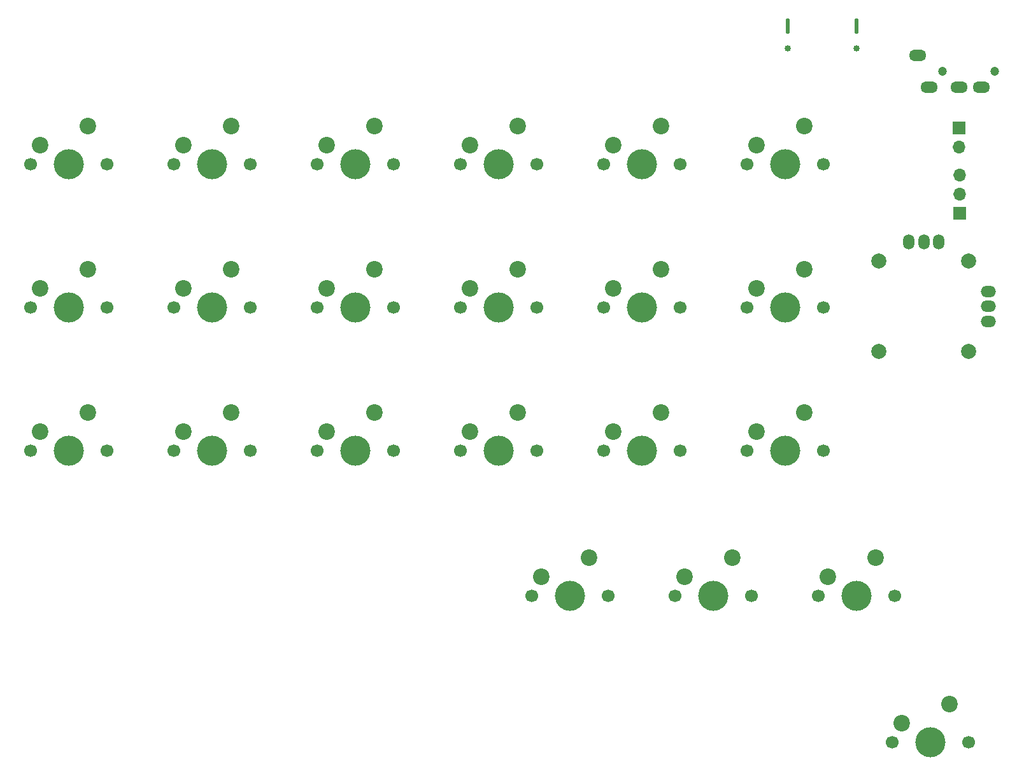
<source format=gbs>
%TF.GenerationSoftware,KiCad,Pcbnew,9.0.0*%
%TF.CreationDate,2025-03-25T02:03:39+09:00*%
%TF.ProjectId,keyboard,6b657962-6f61-4726-942e-6b696361645f,rev?*%
%TF.SameCoordinates,Original*%
%TF.FileFunction,Soldermask,Bot*%
%TF.FilePolarity,Negative*%
%FSLAX46Y46*%
G04 Gerber Fmt 4.6, Leading zero omitted, Abs format (unit mm)*
G04 Created by KiCad (PCBNEW 9.0.0) date 2025-03-25 02:03:39*
%MOMM*%
%LPD*%
G01*
G04 APERTURE LIST*
%ADD10C,1.700000*%
%ADD11C,4.000000*%
%ADD12C,2.200000*%
%ADD13C,2.010000*%
%ADD14O,1.500000X2.000000*%
%ADD15O,2.000000X1.500000*%
%ADD16C,0.850000*%
%ADD17O,0.550000X2.050000*%
%ADD18R,1.700000X1.700000*%
%ADD19O,1.700000X1.700000*%
%ADD20C,1.200000*%
%ADD21O,2.300000X1.500000*%
G04 APERTURE END LIST*
D10*
%TO.C,SW12*%
X176351000Y-83554000D03*
D11*
X181431000Y-83554000D03*
D10*
X186511000Y-83554000D03*
D12*
X183971000Y-78474000D03*
X177621000Y-81014000D03*
%TD*%
D10*
%TO.C,SW14*%
X100151000Y-102604000D03*
D11*
X105231000Y-102604000D03*
D10*
X110311000Y-102604000D03*
D12*
X107771000Y-97524000D03*
X101421000Y-100064000D03*
%TD*%
D13*
%TO.C,J5*%
X193821000Y-77424000D03*
X193821000Y-89424000D03*
X205821000Y-77424000D03*
X205821000Y-89424000D03*
D14*
X201821000Y-74824000D03*
D15*
X208421000Y-85424000D03*
D14*
X199821000Y-74824000D03*
X197821000Y-74824000D03*
D15*
X208421000Y-81424000D03*
X208421000Y-83424000D03*
%TD*%
D10*
%TO.C,SW18*%
X176351000Y-102604000D03*
D11*
X181431000Y-102604000D03*
D10*
X186511000Y-102604000D03*
D12*
X183971000Y-97524000D03*
X177621000Y-100064000D03*
%TD*%
D10*
%TO.C,SW17*%
X157301000Y-102604000D03*
D11*
X162381000Y-102604000D03*
D10*
X167461000Y-102604000D03*
D12*
X164921000Y-97524000D03*
X158571000Y-100064000D03*
%TD*%
D10*
%TO.C,SW20*%
X166791000Y-121924000D03*
D11*
X171871000Y-121924000D03*
D10*
X176951000Y-121924000D03*
D12*
X174411000Y-116844000D03*
X168061000Y-119384000D03*
%TD*%
D10*
%TO.C,SW1*%
X81101000Y-64504000D03*
D11*
X86181000Y-64504000D03*
D10*
X91261000Y-64504000D03*
D12*
X88721000Y-59424000D03*
X82371000Y-61964000D03*
%TD*%
D16*
%TO.C,J1*%
X190916000Y-49114000D03*
D17*
X190916000Y-46134000D03*
D16*
X181726000Y-49114000D03*
D17*
X181726000Y-46134000D03*
%TD*%
D10*
%TO.C,SW11*%
X157301000Y-83554000D03*
D11*
X162381000Y-83554000D03*
D10*
X167461000Y-83554000D03*
D12*
X164921000Y-78474000D03*
X158571000Y-81014000D03*
%TD*%
D10*
%TO.C,SW9*%
X119201000Y-83554000D03*
D11*
X124281000Y-83554000D03*
D10*
X129361000Y-83554000D03*
D12*
X126821000Y-78474000D03*
X120471000Y-81014000D03*
%TD*%
D10*
%TO.C,SW10*%
X138251000Y-83554000D03*
D11*
X143331000Y-83554000D03*
D10*
X148411000Y-83554000D03*
D12*
X145871000Y-78474000D03*
X139521000Y-81014000D03*
%TD*%
D10*
%TO.C,SW15*%
X119201000Y-102604000D03*
D11*
X124281000Y-102604000D03*
D10*
X129361000Y-102604000D03*
D12*
X126821000Y-97524000D03*
X120471000Y-100064000D03*
%TD*%
D10*
%TO.C,SW5*%
X157301000Y-64504000D03*
D11*
X162381000Y-64504000D03*
D10*
X167461000Y-64504000D03*
D12*
X164921000Y-59424000D03*
X158571000Y-61964000D03*
%TD*%
D18*
%TO.C,J3*%
X204500000Y-59725000D03*
D19*
X204500000Y-62265000D03*
%TD*%
D10*
%TO.C,SW13*%
X81101000Y-102604000D03*
D11*
X86181000Y-102604000D03*
D10*
X91261000Y-102604000D03*
D12*
X88721000Y-97524000D03*
X82371000Y-100064000D03*
%TD*%
D10*
%TO.C,SW2*%
X100151000Y-64504000D03*
D11*
X105231000Y-64504000D03*
D10*
X110311000Y-64504000D03*
D12*
X107771000Y-59424000D03*
X101421000Y-61964000D03*
%TD*%
D20*
%TO.C,J4*%
X209300000Y-52150000D03*
X202300000Y-52150000D03*
D21*
X204500000Y-54300000D03*
X207500000Y-54300000D03*
X199000000Y-50000000D03*
X200500000Y-54300000D03*
%TD*%
D10*
%TO.C,SW3*%
X119201000Y-64504000D03*
D11*
X124281000Y-64504000D03*
D10*
X129361000Y-64504000D03*
D12*
X126821000Y-59424000D03*
X120471000Y-61964000D03*
%TD*%
D10*
%TO.C,SW4*%
X138251000Y-64504000D03*
D11*
X143331000Y-64504000D03*
D10*
X148411000Y-64504000D03*
D12*
X145871000Y-59424000D03*
X139521000Y-61964000D03*
%TD*%
D10*
%TO.C,SW6*%
X176351000Y-64504000D03*
D11*
X181431000Y-64504000D03*
D10*
X186511000Y-64504000D03*
D12*
X183971000Y-59424000D03*
X177621000Y-61964000D03*
%TD*%
D10*
%TO.C,SW8*%
X100151000Y-83554000D03*
D11*
X105231000Y-83554000D03*
D10*
X110311000Y-83554000D03*
D12*
X107771000Y-78474000D03*
X101421000Y-81014000D03*
%TD*%
D10*
%TO.C,SW22*%
X195661000Y-141424000D03*
D11*
X200741000Y-141424000D03*
D10*
X205821000Y-141424000D03*
D12*
X203281000Y-136344000D03*
X196931000Y-138884000D03*
%TD*%
D18*
%TO.C,J2*%
X204600000Y-71025000D03*
D19*
X204600000Y-68485000D03*
X204600000Y-65945000D03*
%TD*%
D10*
%TO.C,SW19*%
X147741000Y-121924000D03*
D11*
X152821000Y-121924000D03*
D10*
X157901000Y-121924000D03*
D12*
X155361000Y-116844000D03*
X149011000Y-119384000D03*
%TD*%
D10*
%TO.C,SW7*%
X81101000Y-83554000D03*
D11*
X86181000Y-83554000D03*
D10*
X91261000Y-83554000D03*
D12*
X88721000Y-78474000D03*
X82371000Y-81014000D03*
%TD*%
D10*
%TO.C,SW16*%
X138251000Y-102604000D03*
D11*
X143331000Y-102604000D03*
D10*
X148411000Y-102604000D03*
D12*
X145871000Y-97524000D03*
X139521000Y-100064000D03*
%TD*%
D10*
%TO.C,SW21*%
X185841000Y-121924000D03*
D11*
X190921000Y-121924000D03*
D10*
X196001000Y-121924000D03*
D12*
X193461000Y-116844000D03*
X187111000Y-119384000D03*
%TD*%
M02*

</source>
